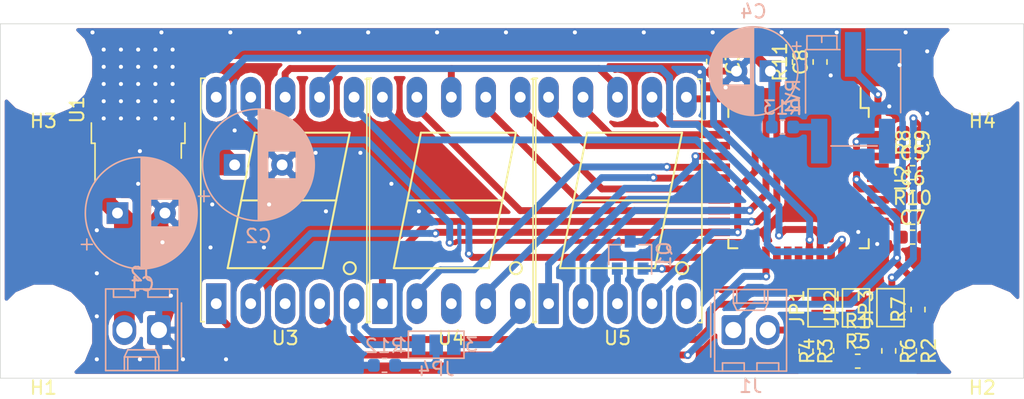
<source format=kicad_pcb>
(kicad_pcb (version 20171130) (host pcbnew "(6.0.0-rc1-dev-557-ge985f797c)")
  (layers (0 F.Cu signal) (31 B.Cu signal) (34 B.Paste user) (35 F.Paste user) (36 B.SilkS user) (37 F.SilkS user) (38 B.Mask user) (39 F.Mask user) (44 Edge.Cuts user))
  (net 0 "")
  (net 1 GND)
  (net 2 "Net-(C1-Pad1)")
  (net 3 +9V)
  (net 4 "Net-(C5-Pad2)")
  (net 5 "Net-(C5-Pad1)")
  (net 6 "Net-(C6-Pad2)")
  (net 7 "Net-(C6-Pad1)")
  (net 8 "Net-(C7-Pad1)")
  (net 9 "Net-(C8-Pad2)")
  (net 10 "Net-(C8-Pad1)")
  (net 11 "Net-(C9-Pad2)")
  (net 12 "Net-(C9-Pad1)")
  (net 13 "Net-(J1-Pad2)")
  (net 14 "Net-(JP1-Pad2)")
  (net 15 "Net-(JP2-Pad1)")
  (net 16 "Net-(JP3-Pad1)")
  (net 17 "Net-(JP4-Pad1)")
  (net 18 "Net-(JP4-Pad2)")
  (net 19 "Net-(JP4-Pad3)")
  (net 20 "Net-(Q1-Pad2)")
  (net 21 "Net-(Q1-Pad1)")
  (net 22 "Net-(R2-Pad2)")
  (net 23 "Net-(R3-Pad2)")
  (net 24 "Net-(R10-Pad1)")
  (net 25 "Net-(R11-Pad1)")
  (net 26 "Net-(R13-Pad1)")
  (net 27 "Net-(RV1-Pad2)")
  (net 28 "Net-(U2-Pad32)")
  (net 29 "Net-(U2-Pad31)")
  (net 30 "Net-(U2-Pad30)")
  (net 31 "Net-(U2-Pad29)")
  (net 32 "Net-(U2-Pad25)")
  (net 33 "Net-(U2-Pad24)")
  (net 34 "Net-(U2-Pad23)")
  (net 35 "Net-(U2-Pad22)")
  (net 36 "Net-(U2-Pad21)")
  (net 37 "Net-(U2-Pad20)")
  (net 38 "Net-(U2-Pad19)")
  (net 39 "Net-(U2-Pad18)")
  (net 40 "Net-(U2-Pad17)")
  (net 41 "Net-(U2-Pad16)")
  (net 42 "Net-(U2-Pad15)")
  (net 43 "Net-(U2-Pad14)")
  (net 44 "Net-(U2-Pad13)")
  (net 45 "Net-(U2-Pad12)")
  (net 46 "Net-(U2-Pad11)")
  (net 47 "Net-(U2-Pad10)")
  (net 48 "Net-(U2-Pad9)")
  (net 49 "Net-(U3-Pad8)")
  (module KLALIB_Mechanical:Bolt_M3 (layer F.Cu) (at 232.41 80.645)
    (fp_text reference H4 (at 0 4) (layer F.SilkS))
    (fp_text value Bolt)
    (pad "" np_thru_hole circle (at 0 0) (size 3.2 3.2) (drill 3.2) (layers *.Cu *.Mask) (clearance 2))
  )
  (module KLALIB_Mechanical:Bolt_M3 (layer F.Cu) (at 163.195 80.645)
    (fp_text reference H3 (at 0 4) (layer F.SilkS))
    (fp_text value Bolt)
    (pad "" np_thru_hole circle (at 0 0) (size 3.2 3.2) (drill 3.2) (layers *.Cu *.Mask) (clearance 2))
  )
  (module KLALIB_Mechanical:Bolt_M3 (layer F.Cu) (at 232.41 100.33)
    (fp_text reference H2 (at 0 4) (layer F.SilkS))
    (fp_text value Bolt)
    (pad "" np_thru_hole circle (at 0 0) (size 3.2 3.2) (drill 3.2) (layers *.Cu *.Mask) (clearance 2))
  )
  (module KLALIB_Mechanical:Bolt_M3 (layer F.Cu) (at 163.195 100.33)
    (fp_text reference H1 (at 0 4) (layer F.SilkS))
    (fp_text value Bolt)
    (pad "" np_thru_hole circle (at 0 0) (size 3.2 3.2) (drill 3.2) (layers *.Cu *.Mask) (clearance 2))
  )
  (module Capacitor_THT:CP_Radial_D6.3mm_P2.50mm (layer B.Cu) (at 216.789 80.9625 180)
    (fp_text reference C4 (at 1.25 4.4 180) (layer B.SilkS) (effects (justify mirror)))
    (fp_text value 100u)
    (pad 2 thru_hole circle (at 2.5 0 180) (size 1.6 1.6) (drill 0.8) (layers *.Cu *.Mask) (net 1 GND) (thermal_gap 0.3))
    (pad 1 thru_hole rect (at 0 0 180) (size 1.6 1.6) (drill 0.8) (layers *.Cu *.Mask) (net 3 +9V))
  )
  (module Capacitor_SMD:C_0603_1608Metric (layer F.Cu) (at 227.2665 88.4555)
    (fp_text reference C5 (at 0 -1.43) (layer F.SilkS))
    (fp_text value 10n)
    (pad 2 smd roundrect (at 0.7875 0) (size 0.875 0.95) (layers F.Cu F.Paste F.Mask) (net 4 "Net-(C5-Pad2)"))
    (pad 1 smd roundrect (at -0.7875 0) (size 0.875 0.95) (layers F.Cu F.Paste F.Mask) (net 5 "Net-(C5-Pad1)"))
  )
  (module Capacitor_SMD:C_0603_1608Metric (layer F.Cu) (at 226.568 86.233 270)
    (fp_text reference C9 (at 0 -1.43 270) (layer F.SilkS))
    (fp_text value 100n)
    (pad 2 smd roundrect (at 0.7875 0 270) (size 0.875 0.95) (layers F.Cu F.Paste F.Mask) (net 11 "Net-(C9-Pad2)"))
    (pad 1 smd roundrect (at -0.7875 0 270) (size 0.875 0.95) (layers F.Cu F.Paste F.Mask) (net 12 "Net-(C9-Pad1)"))
  )
  (module KLALIB_Display_7Segment:TDSR1350 (layer F.Cu) (at 193.266 90.508 90)
    (fp_text reference U4 (at -10.16 0 180) (layer F.SilkS))
    (fp_text value TDSR1350)
    (pad 1 thru_hole rect (at -7.62 -5.08 180) (size 1.5 3) (drill 0.8) (layers *.Cu *.Mask) (net 36 "Net-(U2-Pad21)"))
    (pad 5 thru_hole oval (at -7.62 5.08 180) (size 1.5 3) (drill 0.8) (layers *.Cu *.Mask) (net 19 "Net-(JP4-Pad3)"))
    (pad 4 thru_hole oval (at -7.62 2.54 180) (size 1.5 3) (drill 0.8) (layers *.Cu *.Mask) (net 40 "Net-(U2-Pad17)"))
    (pad 2 thru_hole oval (at -7.62 -2.54 180) (size 1.5 3) (drill 0.8) (layers *.Cu *.Mask) (net 41 "Net-(U2-Pad16)"))
    (pad 3 thru_hole oval (at -7.62 0 180) (size 1.5 3) (drill 0.8) (layers *.Cu *.Mask))
    (pad 8 thru_hole oval (at 7.62 0 180) (size 1.5 3) (drill 0.8) (layers *.Cu *.Mask) (net 49 "Net-(U3-Pad8)"))
    (pad 6 thru_hole oval (at 7.62 5.08 180) (size 1.5 3) (drill 0.8) (layers *.Cu *.Mask) (net 39 "Net-(U2-Pad18)"))
    (pad 7 thru_hole oval (at 7.62 2.54 180) (size 1.5 3) (drill 0.8) (layers *.Cu *.Mask) (net 38 "Net-(U2-Pad19)"))
    (pad 9 thru_hole oval (at 7.62 -2.54 180) (size 1.5 3) (drill 0.8) (layers *.Cu *.Mask) (net 37 "Net-(U2-Pad20)"))
    (pad 10 thru_hole oval (at 7.62 -5.08 180) (size 1.5 3) (drill 0.8) (layers *.Cu *.Mask) (net 28 "Net-(U2-Pad32)"))
  )
  (module Package_TO_SOT_SMD:SOT-23 (layer B.Cu) (at 206.4512 94.5388 90)
    (fp_text reference Q1 (at 0 2.5 90) (layer B.SilkS) (effects (justify mirror)))
    (fp_text value BC847)
    (pad 3 smd rect (at 1 0 90) (size 0.9 0.8) (layers B.Cu B.Paste B.Mask) (net 3 +9V))
    (pad 2 smd rect (at -1 -0.95 90) (size 0.9 0.8) (layers B.Cu B.Paste B.Mask) (net 20 "Net-(Q1-Pad2)"))
    (pad 1 smd rect (at -1 0.95 90) (size 0.9 0.8) (layers B.Cu B.Paste B.Mask) (net 21 "Net-(Q1-Pad1)"))
  )
  (module Package_QFP:LQFP-44_10x10mm_P0.8mm (layer F.Cu) (at 218.862978 88.86209 270)
    (fp_text reference U2 (at 0 -7.65 270) (layer F.SilkS))
    (fp_text value ICL7106)
    (pad 44 smd rect (at -4 -5.85) (size 1.6 0.56) (layers F.Cu F.Paste F.Mask) (net 27 "Net-(RV1-Pad2)"))
    (pad 43 smd rect (at -3.2 -5.85) (size 1.6 0.56) (layers F.Cu F.Paste F.Mask) (net 4 "Net-(C5-Pad2)"))
    (pad 42 smd rect (at -2.4 -5.85) (size 1.6 0.56) (layers F.Cu F.Paste F.Mask) (net 12 "Net-(C9-Pad1)"))
    (pad 41 smd rect (at -1.6 -5.85) (size 1.6 0.56) (layers F.Cu F.Paste F.Mask) (net 11 "Net-(C9-Pad2)"))
    (pad 40 smd rect (at -0.8 -5.85) (size 1.6 0.56) (layers F.Cu F.Paste F.Mask) (net 4 "Net-(C5-Pad2)"))
    (pad 39 smd rect (at 0 -5.85) (size 1.6 0.56) (layers F.Cu F.Paste F.Mask) (net 5 "Net-(C5-Pad1)"))
    (pad 38 smd rect (at 0.8 -5.85) (size 1.6 0.56) (layers F.Cu F.Paste F.Mask) (net 4 "Net-(C5-Pad2)"))
    (pad 37 smd rect (at 1.6 -5.85) (size 1.6 0.56) (layers F.Cu F.Paste F.Mask) (net 7 "Net-(C6-Pad1)"))
    (pad 36 smd rect (at 2.4 -5.85) (size 1.6 0.56) (layers F.Cu F.Paste F.Mask) (net 24 "Net-(R10-Pad1)"))
    (pad 35 smd rect (at 3.2 -5.85) (size 1.6 0.56) (layers F.Cu F.Paste F.Mask) (net 8 "Net-(C7-Pad1)"))
    (pad 34 smd rect (at 4 -5.85) (size 1.6 0.56) (layers F.Cu F.Paste F.Mask) (net 1 GND))
    (pad 33 smd rect (at 5.85 -4 270) (size 1.6 0.56) (layers F.Cu F.Paste F.Mask))
    (pad 32 smd rect (at 5.85 -3.2 270) (size 1.6 0.56) (layers F.Cu F.Paste F.Mask) (net 28 "Net-(U2-Pad32)"))
    (pad 31 smd rect (at 5.85 -2.4 270) (size 1.6 0.56) (layers F.Cu F.Paste F.Mask) (net 29 "Net-(U2-Pad31)"))
    (pad 30 smd rect (at 5.85 -1.6 270) (size 1.6 0.56) (layers F.Cu F.Paste F.Mask) (net 30 "Net-(U2-Pad30)"))
    (pad 29 smd rect (at 5.85 -0.8 270) (size 1.6 0.56) (layers F.Cu F.Paste F.Mask) (net 31 "Net-(U2-Pad29)"))
    (pad 28 smd rect (at 5.85 0 270) (size 1.6 0.56) (layers F.Cu F.Paste F.Mask) (net 21 "Net-(Q1-Pad1)"))
    (pad 27 smd rect (at 5.85 0.8 270) (size 1.6 0.56) (layers F.Cu F.Paste F.Mask))
    (pad 26 smd rect (at 5.85 1.6 270) (size 1.6 0.56) (layers F.Cu F.Paste F.Mask))
    (pad 25 smd rect (at 5.85 2.4 270) (size 1.6 0.56) (layers F.Cu F.Paste F.Mask) (net 32 "Net-(U2-Pad25)"))
    (pad 24 smd rect (at 5.85 3.2 270) (size 1.6 0.56) (layers F.Cu F.Paste F.Mask) (net 33 "Net-(U2-Pad24)"))
    (pad 23 smd rect (at 5.85 4 270) (size 1.6 0.56) (layers F.Cu F.Paste F.Mask) (net 34 "Net-(U2-Pad23)"))
    (pad 22 smd rect (at 4 5.85) (size 1.6 0.56) (layers F.Cu F.Paste F.Mask) (net 35 "Net-(U2-Pad22)"))
    (pad 21 smd rect (at 3.2 5.85) (size 1.6 0.56) (layers F.Cu F.Paste F.Mask) (net 36 "Net-(U2-Pad21)"))
    (pad 20 smd rect (at 2.4 5.85) (size 1.6 0.56) (layers F.Cu F.Paste F.Mask) (net 37 "Net-(U2-Pad20)"))
    (pad 19 smd rect (at 1.6 5.85) (size 1.6 0.56) (layers F.Cu F.Paste F.Mask) (net 38 "Net-(U2-Pad19)"))
    (pad 18 smd rect (at 0.8 5.85) (size 1.6 0.56) (layers F.Cu F.Paste F.Mask) (net 39 "Net-(U2-Pad18)"))
    (pad 17 smd rect (at 0 5.85) (size 1.6 0.56) (layers F.Cu F.Paste F.Mask) (net 40 "Net-(U2-Pad17)"))
    (pad 16 smd rect (at -0.8 5.85) (size 1.6 0.56) (layers F.Cu F.Paste F.Mask) (net 41 "Net-(U2-Pad16)"))
    (pad 15 smd rect (at -1.6 5.85) (size 1.6 0.56) (layers F.Cu F.Paste F.Mask) (net 42 "Net-(U2-Pad15)"))
    (pad 14 smd rect (at -2.4 5.85) (size 1.6 0.56) (layers F.Cu F.Paste F.Mask) (net 43 "Net-(U2-Pad14)"))
    (pad 13 smd rect (at -3.2 5.85) (size 1.6 0.56) (layers F.Cu F.Paste F.Mask) (net 44 "Net-(U2-Pad13)"))
    (pad 12 smd rect (at -4 5.85) (size 1.6 0.56) (layers F.Cu F.Paste F.Mask) (net 45 "Net-(U2-Pad12)"))
    (pad 11 smd rect (at -5.85 4 270) (size 1.6 0.56) (layers F.Cu F.Paste F.Mask) (net 46 "Net-(U2-Pad11)"))
    (pad 10 smd rect (at -5.85 3.2 270) (size 1.6 0.56) (layers F.Cu F.Paste F.Mask) (net 47 "Net-(U2-Pad10)"))
    (pad 9 smd rect (at -5.85 2.4 270) (size 1.6 0.56) (layers F.Cu F.Paste F.Mask) (net 48 "Net-(U2-Pad9)"))
    (pad 8 smd rect (at -5.85 1.6 270) (size 1.6 0.56) (layers F.Cu F.Paste F.Mask) (net 3 +9V))
    (pad 7 smd rect (at -5.85 0.8 270) (size 1.6 0.56) (layers F.Cu F.Paste F.Mask) (net 9 "Net-(C8-Pad2)"))
    (pad 6 smd rect (at -5.85 0 270) (size 1.6 0.56) (layers F.Cu F.Paste F.Mask) (net 25 "Net-(R11-Pad1)"))
    (pad 5 smd rect (at -5.85 -0.8 270) (size 1.6 0.56) (layers F.Cu F.Paste F.Mask))
    (pad 4 smd rect (at -5.85 -1.6 270) (size 1.6 0.56) (layers F.Cu F.Paste F.Mask) (net 10 "Net-(C8-Pad1)"))
    (pad 3 smd rect (at -5.85 -2.4 270) (size 1.6 0.56) (layers F.Cu F.Paste F.Mask))
    (pad 2 smd rect (at -5.85 -3.2 270) (size 1.6 0.56) (layers F.Cu F.Paste F.Mask))
    (pad 1 smd rect (at -5.85 -4 270) (size 1.6 0.56) (layers F.Cu F.Paste F.Mask))
  )
  (module KLALIB_Display_7Segment:TDSR1350 (layer F.Cu) (at 205.516 90.508 90)
    (fp_text reference U5 (at -10.16 0 180) (layer F.SilkS))
    (fp_text value TDSR1350)
    (pad 1 thru_hole rect (at -7.62 -5.08 180) (size 1.5 3) (drill 0.8) (layers *.Cu *.Mask) (net 42 "Net-(U2-Pad15)"))
    (pad 5 thru_hole oval (at -7.62 5.08 180) (size 1.5 3) (drill 0.8) (layers *.Cu *.Mask))
    (pad 4 thru_hole oval (at -7.62 2.54 180) (size 1.5 3) (drill 0.8) (layers *.Cu *.Mask) (net 47 "Net-(U2-Pad10)"))
    (pad 2 thru_hole oval (at -7.62 -2.54 180) (size 1.5 3) (drill 0.8) (layers *.Cu *.Mask) (net 48 "Net-(U2-Pad9)"))
    (pad 3 thru_hole oval (at -7.62 0 180) (size 1.5 3) (drill 0.8) (layers *.Cu *.Mask) (net 20 "Net-(Q1-Pad2)"))
    (pad 8 thru_hole oval (at 7.62 0 180) (size 1.5 3) (drill 0.8) (layers *.Cu *.Mask) (net 49 "Net-(U3-Pad8)"))
    (pad 6 thru_hole oval (at 7.62 5.08 180) (size 1.5 3) (drill 0.8) (layers *.Cu *.Mask) (net 46 "Net-(U2-Pad11)"))
    (pad 7 thru_hole oval (at 7.62 2.54 180) (size 1.5 3) (drill 0.8) (layers *.Cu *.Mask) (net 45 "Net-(U2-Pad12)"))
    (pad 9 thru_hole oval (at 7.62 -2.54 180) (size 1.5 3) (drill 0.8) (layers *.Cu *.Mask) (net 44 "Net-(U2-Pad13)"))
    (pad 10 thru_hole oval (at 7.62 -5.08 180) (size 1.5 3) (drill 0.8) (layers *.Cu *.Mask) (net 43 "Net-(U2-Pad14)"))
  )
  (module KLALIB_Display_7Segment:TDSR1350 (layer F.Cu) (at 181.016 90.508 90)
    (fp_text reference U3 (at -10.16 0 180) (layer F.SilkS))
    (fp_text value TDSR1350)
    (pad 1 thru_hole rect (at -7.62 -5.08 180) (size 1.5 3) (drill 0.8) (layers *.Cu *.Mask) (net 32 "Net-(U2-Pad25)"))
    (pad 5 thru_hole oval (at -7.62 5.08 180) (size 1.5 3) (drill 0.8) (layers *.Cu *.Mask) (net 17 "Net-(JP4-Pad1)"))
    (pad 4 thru_hole oval (at -7.62 2.54 180) (size 1.5 3) (drill 0.8) (layers *.Cu *.Mask) (net 29 "Net-(U2-Pad31)"))
    (pad 2 thru_hole oval (at -7.62 -2.54 180) (size 1.5 3) (drill 0.8) (layers *.Cu *.Mask) (net 35 "Net-(U2-Pad22)"))
    (pad 3 thru_hole oval (at -7.62 0 180) (size 1.5 3) (drill 0.8) (layers *.Cu *.Mask))
    (pad 8 thru_hole oval (at 7.62 0 180) (size 1.5 3) (drill 0.8) (layers *.Cu *.Mask) (net 49 "Net-(U3-Pad8)"))
    (pad 6 thru_hole oval (at 7.62 5.08 180) (size 1.5 3) (drill 0.8) (layers *.Cu *.Mask) (net 34 "Net-(U2-Pad23)"))
    (pad 7 thru_hole oval (at 7.62 2.54 180) (size 1.5 3) (drill 0.8) (layers *.Cu *.Mask) (net 30 "Net-(U2-Pad30)"))
    (pad 9 thru_hole oval (at 7.62 -2.54 180) (size 1.5 3) (drill 0.8) (layers *.Cu *.Mask) (net 33 "Net-(U2-Pad24)"))
    (pad 10 thru_hole oval (at 7.62 -5.08 180) (size 1.5 3) (drill 0.8) (layers *.Cu *.Mask) (net 31 "Net-(U2-Pad29)"))
  )
  (module Package_TO_SOT_SMD:TO-252-2 (layer F.Cu) (at 170.18 83.82 90)
    (fp_text reference U1 (at 0 -4.5 90) (layer F.SilkS))
    (fp_text value MC78M09C)
    (pad 2 smd rect (at 2.1 0 90) (size 6.4 5.8) (layers F.Cu F.Mask) (net 1 GND))
    (pad 3 smd rect (at -4.2 2.28 90) (size 2.2 1.2) (layers F.Cu F.Paste F.Mask) (net 3 +9V))
    (pad 1 smd rect (at -4.2 -2.28 90) (size 2.2 1.2) (layers F.Cu F.Paste F.Mask) (net 2 "Net-(C1-Pad1)"))
  )
  (module KLALIB_Potenciometer_SMD:Potentiometer_Bourns_3269P_Horizontal (layer B.Cu) (at 222.885 82.931 270)
    (fp_text reference RV1 (at 0 4.425 270) (layer B.SilkS) (effects (justify mirror)))
    (fp_text value 5k)
    (pad 1 smd rect (at 3.2 2.5 270) (size 3.3 1.2) (layers B.Cu B.Paste B.Mask) (net 26 "Net-(R13-Pad1)"))
    (pad 2 smd rect (at -3.2 0 270) (size 3.3 1.2) (layers B.Cu B.Paste B.Mask) (net 27 "Net-(RV1-Pad2)"))
    (pad 3 smd rect (at 3.2 -2.5 270) (size 3.3 1.2) (layers B.Cu B.Paste B.Mask) (net 4 "Net-(C5-Pad2)"))
  )
  (module Resistor_SMD:R_0603_1608Metric (layer B.Cu) (at 217.678 85.09 180)
    (fp_text reference R13 (at 0 1.43 180) (layer B.SilkS) (effects (justify mirror)))
    (fp_text value 33k)
    (pad 2 smd roundrect (at 0.7875 0 180) (size 0.875 0.95) (layers B.Cu B.Paste B.Mask) (net 3 +9V))
    (pad 1 smd roundrect (at -0.7875 0 180) (size 0.875 0.95) (layers B.Cu B.Paste B.Mask) (net 26 "Net-(R13-Pad1)"))
  )
  (module Resistor_SMD:R_0603_1608Metric (layer B.Cu) (at 188.341 102.6795 180)
    (fp_text reference R12 (at 0 1.43 180) (layer B.SilkS) (effects (justify mirror)))
    (fp_text value 10k)
    (pad 2 smd roundrect (at 0.7875 0 180) (size 0.875 0.95) (layers B.Cu B.Paste B.Mask) (net 1 GND))
    (pad 1 smd roundrect (at -0.7875 0 180) (size 0.875 0.95) (layers B.Cu B.Paste B.Mask) (net 18 "Net-(JP4-Pad2)"))
  )
  (module Resistor_SMD:R_0603_1608Metric (layer F.Cu) (at 218.926478 80.28959 90)
    (fp_text reference R11 (at 0 -1.43 90) (layer F.SilkS))
    (fp_text value 100k)
    (pad 2 smd roundrect (at 0.7875 0 90) (size 0.875 0.95) (layers F.Cu F.Paste F.Mask) (net 9 "Net-(C8-Pad2)"))
    (pad 1 smd roundrect (at -0.7875 0 90) (size 0.875 0.95) (layers F.Cu F.Paste F.Mask) (net 25 "Net-(R11-Pad1)"))
  )
  (module Resistor_SMD:R_0603_1608Metric (layer F.Cu) (at 227.2665 91.7575)
    (fp_text reference R10 (at 0 -1.43) (layer F.SilkS))
    (fp_text value 470k)
    (pad 2 smd roundrect (at 0.7875 0) (size 0.875 0.95) (layers F.Cu F.Paste F.Mask) (net 6 "Net-(C6-Pad2)"))
    (pad 1 smd roundrect (at -0.7875 0) (size 0.875 0.95) (layers F.Cu F.Paste F.Mask) (net 24 "Net-(R10-Pad1)"))
  )
  (module Resistor_SMD:R_0603_1608Metric (layer F.Cu) (at 228.0285 86.233 90)
    (fp_text reference R8 (at 0 -1.43 90) (layer F.SilkS))
    (fp_text value 1M)
    (pad 2 smd roundrect (at 0.7875 0 90) (size 0.875 0.95) (layers F.Cu F.Paste F.Mask) (net 14 "Net-(JP1-Pad2)"))
    (pad 1 smd roundrect (at -0.7875 0 90) (size 0.875 0.95) (layers F.Cu F.Paste F.Mask) (net 5 "Net-(C5-Pad1)"))
  )
  (module Resistor_SMD:R_0603_1608Metric (layer F.Cu) (at 227.6729 98.5647 90)
    (fp_text reference R7 (at 0 -1.43 90) (layer F.SilkS))
    (fp_text value 1k)
    (pad 2 smd roundrect (at 0.7875 0 90) (size 0.875 0.95) (layers F.Cu F.Paste F.Mask) (net 4 "Net-(C5-Pad2)"))
    (pad 1 smd roundrect (at -0.7875 0 90) (size 0.875 0.95) (layers F.Cu F.Paste F.Mask) (net 22 "Net-(R2-Pad2)"))
  )
  (module Resistor_SMD:R_0603_1608Metric (layer F.Cu) (at 225.5139 101.6127 270)
    (fp_text reference R6 (at 0 -1.43 270) (layer F.SilkS))
    (fp_text value 18k)
    (pad 2 smd roundrect (at 0.7875 0 270) (size 0.875 0.95) (layers F.Cu F.Paste F.Mask) (net 22 "Net-(R2-Pad2)"))
    (pad 1 smd roundrect (at -0.7875 0 270) (size 0.875 0.95) (layers F.Cu F.Paste F.Mask) (net 16 "Net-(JP3-Pad1)"))
  )
  (module Resistor_SMD:R_0603_1608Metric (layer F.Cu) (at 223.2279 102.3747)
    (fp_text reference R5 (at 0 -1.43) (layer F.SilkS))
    (fp_text value 180k)
    (pad 2 smd roundrect (at 0.7875 0) (size 0.875 0.95) (layers F.Cu F.Paste F.Mask) (net 16 "Net-(JP3-Pad1)"))
    (pad 1 smd roundrect (at -0.7875 0) (size 0.875 0.95) (layers F.Cu F.Paste F.Mask) (net 15 "Net-(JP2-Pad1)"))
  )
  (module Resistor_SMD:R_0603_1608Metric (layer F.Cu) (at 220.9419 101.6127 90)
    (fp_text reference R4 (at 0 -1.43 90) (layer F.SilkS))
    (fp_text value 430k)
    (pad 2 smd roundrect (at 0.7875 0 90) (size 0.875 0.95) (layers F.Cu F.Paste F.Mask) (net 15 "Net-(JP2-Pad1)"))
    (pad 1 smd roundrect (at -0.7875 0 90) (size 0.875 0.95) (layers F.Cu F.Paste F.Mask) (net 23 "Net-(R3-Pad2)"))
  )
  (module Resistor_SMD:R_0603_1608Metric (layer F.Cu) (at 219.4179 101.6382 270)
    (fp_text reference R3 (at 0 -1.43 270) (layer F.SilkS))
    (fp_text value 470k)
    (pad 2 smd roundrect (at 0.7875 0 270) (size 0.875 0.95) (layers F.Cu F.Paste F.Mask) (net 23 "Net-(R3-Pad2)"))
    (pad 1 smd roundrect (at -0.7875 0 270) (size 0.875 0.95) (layers F.Cu F.Paste F.Mask) (net 13 "Net-(J1-Pad2)"))
  )
  (module Resistor_SMD:R_0603_1608Metric (layer F.Cu) (at 227.0379 101.6127 270)
    (fp_text reference R2 (at 0 -1.43 270) (layer F.SilkS))
    (fp_text value 18k)
    (pad 2 smd roundrect (at 0.7875 0 270) (size 0.875 0.95) (layers F.Cu F.Paste F.Mask) (net 22 "Net-(R2-Pad2)"))
    (pad 1 smd roundrect (at -0.7875 0 270) (size 0.875 0.95) (layers F.Cu F.Paste F.Mask) (net 16 "Net-(JP3-Pad1)"))
  )
  (module Resistor_SMD:R_0603_1608Metric (layer F.Cu) (at 223.2279 100.8507)
    (fp_text reference R1 (at 0 -1.43) (layer F.SilkS))
    (fp_text value 180k)
    (pad 2 smd roundrect (at 0.7875 0) (size 0.875 0.95) (layers F.Cu F.Paste F.Mask) (net 16 "Net-(JP3-Pad1)"))
    (pad 1 smd roundrect (at -0.7875 0) (size 0.875 0.95) (layers F.Cu F.Paste F.Mask) (net 15 "Net-(JP2-Pad1)"))
  )
  (module Jumper:SolderJumper-3_P1.3mm_Open_Pad1.0x1.5mm_NumberLabels (layer B.Cu) (at 192.151 101.1555)
    (fp_text reference JP4 (at 0 1.8) (layer B.SilkS) (effects (justify mirror)))
    (fp_text value 2/20)
    (fp_text user 1 (at -2.6 0) (layer B.SilkS) (effects (justify mirror)))
    (fp_text user 3 (at 2.6 0) (layer B.SilkS) (effects (justify mirror)))
    (pad 1 smd rect (at -1.3 0) (size 1 1.5) (layers B.Cu B.Mask) (net 17 "Net-(JP4-Pad1)"))
    (pad 2 smd rect (at 0 0) (size 1 1.5) (layers B.Cu B.Mask) (net 18 "Net-(JP4-Pad2)"))
    (pad 3 smd rect (at 1.3 0) (size 1 1.5) (layers B.Cu B.Mask) (net 19 "Net-(JP4-Pad3)"))
  )
  (module Jumper:SolderJumper-2_P1.3mm_Open_Pad1.0x1.5mm (layer F.Cu) (at 225.6409 98.4227 90)
    (fp_text reference JP3 (at 0 -1.8 90) (layer F.SilkS))
    (fp_text value 200V)
    (pad 1 smd rect (at -0.65 0 90) (size 1 1.5) (layers F.Cu F.Mask) (net 16 "Net-(JP3-Pad1)"))
    (pad 2 smd rect (at 0.65 0 90) (size 1 1.5) (layers F.Cu F.Mask) (net 14 "Net-(JP1-Pad2)"))
  )
  (module Jumper:SolderJumper-2_P1.3mm_Open_Pad1.0x1.5mm (layer F.Cu) (at 223.1009 98.4377 90)
    (fp_text reference JP2 (at 0 -1.8 90) (layer F.SilkS))
    (fp_text value 20V)
    (pad 1 smd rect (at -0.65 0 90) (size 1 1.5) (layers F.Cu F.Mask) (net 15 "Net-(JP2-Pad1)"))
    (pad 2 smd rect (at 0.65 0 90) (size 1 1.5) (layers F.Cu F.Mask) (net 14 "Net-(JP1-Pad2)"))
  )
  (module Jumper:SolderJumper-2_P1.3mm_Open_Pad1.0x1.5mm (layer F.Cu) (at 220.5609 98.4377 90)
    (fp_text reference JP1 (at 0 -1.8 90) (layer F.SilkS))
    (fp_text value 2V)
    (pad 1 smd rect (at -0.65 0 90) (size 1 1.5) (layers F.Cu F.Mask) (net 13 "Net-(J1-Pad2)"))
    (pad 2 smd rect (at 0.65 0 90) (size 1 1.5) (layers F.Cu F.Mask) (net 14 "Net-(JP1-Pad2)"))
  )
  (module Connector_Molex:Molex_KK-254_AE-6410-02A_1x02_P2.54mm_Vertical (layer B.Cu) (at 171.704 100.076 180)
    (fp_text reference J2 (at 1.27 4.12 180) (layer B.SilkS) (effects (justify mirror)))
    (fp_text value DC)
    (pad 2 thru_hole oval (at 2.54 0 180) (size 1.74 2.2) (drill 1.2) (layers *.Cu *.Mask) (net 2 "Net-(C1-Pad1)"))
    (pad 1 thru_hole roundrect (at 0 0 180) (size 1.74 2.2) (drill 1.2) (layers *.Cu *.Mask) (roundrect_rratio 0.143678) (net 1 GND))
  )
  (module Connector_Molex:Molex_KK-254_AE-6410-02A_1x02_P2.54mm_Vertical (layer B.Cu) (at 214.0585 100.076)
    (fp_text reference J1 (at 1.27 4.12) (layer B.SilkS) (effects (justify mirror)))
    (fp_text value IN)
    (pad 2 thru_hole oval (at 2.54 0) (size 1.74 2.2) (drill 1.2) (layers *.Cu *.Mask) (net 13 "Net-(J1-Pad2)"))
    (pad 1 thru_hole roundrect (at 0 0) (size 1.74 2.2) (drill 1.2) (layers *.Cu *.Mask) (roundrect_rratio 0.143678) (net 4 "Net-(C5-Pad2)"))
  )
  (module Capacitor_SMD:C_0603_1608Metric (layer F.Cu) (at 220.450478 80.28959 90)
    (fp_text reference C8 (at 0 -1.43 90) (layer F.SilkS))
    (fp_text value 100p)
    (pad 2 smd roundrect (at 0.7875 0 90) (size 0.875 0.95) (layers F.Cu F.Paste F.Mask) (net 9 "Net-(C8-Pad2)"))
    (pad 1 smd roundrect (at -0.7875 0 90) (size 0.875 0.95) (layers F.Cu F.Paste F.Mask) (net 10 "Net-(C8-Pad1)"))
  )
  (module Capacitor_SMD:C_0603_1608Metric (layer F.Cu) (at 227.2665 93.218)
    (fp_text reference C7 (at 0 -1.43) (layer F.SilkS))
    (fp_text value 220n)
    (pad 2 smd roundrect (at 0.7875 0) (size 0.875 0.95) (layers F.Cu F.Paste F.Mask) (net 6 "Net-(C6-Pad2)"))
    (pad 1 smd roundrect (at -0.7875 0) (size 0.875 0.95) (layers F.Cu F.Paste F.Mask) (net 8 "Net-(C7-Pad1)"))
  )
  (module Capacitor_SMD:C_0603_1608Metric (layer F.Cu) (at 227.2665 90.297)
    (fp_text reference C6 (at 0 -1.43) (layer F.SilkS))
    (fp_text value 47n)
    (pad 2 smd roundrect (at 0.7875 0) (size 0.875 0.95) (layers F.Cu F.Paste F.Mask) (net 6 "Net-(C6-Pad2)"))
    (pad 1 smd roundrect (at -0.7875 0) (size 0.875 0.95) (layers F.Cu F.Paste F.Mask) (net 7 "Net-(C6-Pad1)"))
  )
  (module Capacitor_SMD:C_0603_1608Metric (layer F.Cu) (at 212.598 80.264 270)
    (fp_text reference C3 (at 0 -1.43 270) (layer F.SilkS))
    (fp_text value 100n)
    (pad 2 smd roundrect (at 0.7875 0 270) (size 0.875 0.95) (layers F.Cu F.Paste F.Mask) (net 1 GND))
    (pad 1 smd roundrect (at -0.7875 0 270) (size 0.875 0.95) (layers F.Cu F.Paste F.Mask) (net 3 +9V))
  )
  (module Capacitor_THT:CP_Radial_D8.0mm_P3.50mm (layer B.Cu) (at 177.292 87.884)
    (fp_text reference C2 (at 1.75 5.25) (layer B.SilkS) (effects (justify mirror)))
    (fp_text value 100u)
    (pad 2 thru_hole circle (at 3.5 0) (size 1.6 1.6) (drill 0.8) (layers *.Cu *.Mask) (net 1 GND))
    (pad 1 thru_hole rect (at 0 0) (size 1.6 1.6) (drill 0.8) (layers *.Cu *.Mask) (net 3 +9V))
  )
  (module Capacitor_THT:CP_Radial_D8.0mm_P3.50mm (layer B.Cu) (at 168.656 91.44)
    (fp_text reference C1 (at 1.75 5.25) (layer B.SilkS) (effects (justify mirror)))
    (fp_text value 100u)
    (pad 2 thru_hole circle (at 3.5 0) (size 1.6 1.6) (drill 0.8) (layers *.Cu *.Mask) (net 1 GND))
    (pad 1 thru_hole rect (at 0 0) (size 1.6 1.6) (drill 0.8) (layers *.Cu *.Mask) (net 2 "Net-(C1-Pad1)"))
  )
  (gr_line (start 160.02 77.47) (end 235.458 77.47) (layer Edge.Cuts) (width 0.05))
  (gr_line (start 160.02 103.632) (end 160.02 77.47) (layer Edge.Cuts) (width 0.05))
  (gr_line (start 235.458 103.632) (end 160.02 103.632) (layer Edge.Cuts) (width 0.05))
  (gr_line (start 235.458 77.47) (end 235.458 103.632) (layer Edge.Cuts) (width 0.05))
  (via (at 176.657 102.235) (size 0.6) (drill 0.3) (layers F.Cu B.Cu) (net 1))
  (via (at 170.307 102.235) (size 0.6) (drill 0.3) (layers F.Cu B.Cu) (net 1))
  (via (at 173.482 102.235) (size 0.6) (drill 0.3) (layers F.Cu B.Cu) (net 1))
  (via (at 226.7585 78.105) (size 0.6) (drill 0.3) (layers F.Cu B.Cu) (net 1))
  (via (at 221.6785 78.105) (size 0.6) (drill 0.3) (layers F.Cu B.Cu) (net 1))
  (via (at 213.487 82.169) (size 0.6) (drill 0.3) (layers F.Cu B.Cu) (net 1))
  (via (at 197.2945 78.105) (size 0.6) (drill 0.3) (layers F.Cu B.Cu) (net 1))
  (via (at 202.3745 78.105) (size 0.6) (drill 0.3) (layers F.Cu B.Cu) (net 1))
  (via (at 207.4545 78.105) (size 0.6) (drill 0.3) (layers F.Cu B.Cu) (net 1))
  (via (at 217.6145 78.105) (size 0.6) (drill 0.3) (layers F.Cu B.Cu) (net 1))
  (via (at 212.5345 78.105) (size 0.6) (drill 0.3) (layers F.Cu B.Cu) (net 1))
  (via (at 211.582 81.026) (size 0.6) (drill 0.3) (layers F.Cu B.Cu) (net 1))
  (via (at 176.9745 78.105) (size 0.6) (drill 0.3) (layers F.Cu B.Cu) (net 1))
  (via (at 166.8145 78.105) (size 0.6) (drill 0.3) (layers F.Cu B.Cu) (net 1))
  (via (at 171.8945 78.105) (size 0.6) (drill 0.3) (layers F.Cu B.Cu) (net 1))
  (via (at 171.45 83.185) (size 0.6) (drill 0.3) (layers F.Cu B.Cu) (net 1))
  (via (at 168.91 83.185) (size 0.6) (drill 0.3) (layers F.Cu B.Cu) (net 1))
  (via (at 170.18 83.185) (size 0.6) (drill 0.3) (layers F.Cu B.Cu) (net 1))
  (via (at 170.18 81.915) (size 0.6) (drill 0.3) (layers F.Cu B.Cu) (net 1))
  (via (at 168.91 81.915) (size 0.6) (drill 0.3) (layers F.Cu B.Cu) (net 1))
  (via (at 171.45 81.915) (size 0.6) (drill 0.3) (layers F.Cu B.Cu) (net 1))
  (via (at 171.45 80.645) (size 0.6) (drill 0.3) (layers F.Cu B.Cu) (net 1))
  (via (at 170.18 80.645) (size 0.6) (drill 0.3) (layers F.Cu B.Cu) (net 1))
  (via (at 168.91 80.645) (size 0.6) (drill 0.3) (layers F.Cu B.Cu) (net 1))
  (via (at 167.64 80.645) (size 0.6) (drill 0.3) (layers F.Cu B.Cu) (net 1))
  (via (at 167.64 81.915) (size 0.6) (drill 0.3) (layers F.Cu B.Cu) (net 1))
  (via (at 167.64 83.185) (size 0.6) (drill 0.3) (layers F.Cu B.Cu) (net 1))
  (via (at 171.45 79.375) (size 0.6) (drill 0.3) (layers F.Cu B.Cu) (net 1))
  (via (at 170.18 79.375) (size 0.6) (drill 0.3) (layers F.Cu B.Cu) (net 1))
  (via (at 168.91 79.375) (size 0.6) (drill 0.3) (layers F.Cu B.Cu) (net 1))
  (via (at 167.64 79.375) (size 0.6) (drill 0.3) (layers F.Cu B.Cu) (net 1))
  (via (at 172.72 79.375) (size 0.6) (drill 0.3) (layers F.Cu B.Cu) (net 1))
  (via (at 172.72 80.645) (size 0.6) (drill 0.3) (layers F.Cu B.Cu) (net 1))
  (via (at 172.72 81.915) (size 0.6) (drill 0.3) (layers F.Cu B.Cu) (net 1))
  (via (at 172.72 83.185) (size 0.6) (drill 0.3) (layers F.Cu B.Cu) (net 1))
  (via (at 172.72 84.455) (size 0.6) (drill 0.3) (layers F.Cu B.Cu) (net 1))
  (via (at 171.45 84.455) (size 0.6) (drill 0.3) (layers F.Cu B.Cu) (net 1))
  (via (at 170.18 84.455) (size 0.6) (drill 0.3) (layers F.Cu B.Cu) (net 1))
  (via (at 168.91 84.455) (size 0.6) (drill 0.3) (layers F.Cu B.Cu) (net 1))
  (via (at 167.64 84.455) (size 0.6) (drill 0.3) (layers F.Cu B.Cu) (net 1))
  (segment (start 171.704 91.892) (end 172.156 91.44) (width 1.27) (layer F.Cu) (net 1))
  (segment (start 171.704 100.076) (end 172.593 97.536) (width 1.27) (layer F.Cu) (net 1))
  (segment (start 174.3075 102.6795) (end 171.704 100.076) (width 0.508) (layer B.Cu) (net 1))
  (segment (start 187.617 102.6795) (end 174.3075 102.6795) (width 0.508) (layer B.Cu) (net 1))
  (segment (start 212.687 80.9625) (end 212.598 81.0515) (width 0.508) (layer F.Cu) (net 1))
  (segment (start 214.289 80.9625) (end 212.687 80.9625) (width 0.508) (layer F.Cu) (net 1))
  (via (at 192.2145 78.105) (size 0.6) (drill 0.3) (layers F.Cu B.Cu) (net 1))
  (via (at 182.0545 78.105) (size 0.6) (drill 0.3) (layers F.Cu B.Cu) (net 1))
  (via (at 187.1345 78.105) (size 0.6) (drill 0.3) (layers F.Cu B.Cu) (net 1))
  (via (at 228.346 84.074) (size 0.6) (drill 0.3) (layers F.Cu B.Cu) (net 1))
  (via (at 228.346 79.502) (size 0.6) (drill 0.3) (layers F.Cu B.Cu) (net 1))
  (via (at 225.552 83.566) (size 0.6) (drill 0.3) (layers F.Cu B.Cu) (net 1))
  (via (at 223.266 92.837) (size 0.6) (drill 0.3) (layers F.Cu B.Cu) (net 1))
  (via (at 224.663 93.726) (size 0.6) (drill 0.3) (layers F.Cu B.Cu) (net 1))
  (via (at 183.261 86.995) (size 0.6) (drill 0.3) (layers F.Cu B.Cu) (net 1))
  (via (at 186.563 86.995) (size 0.6) (drill 0.3) (layers F.Cu B.Cu) (net 1))
  (via (at 190.881 91.313) (size 0.6) (drill 0.3) (layers F.Cu B.Cu) (net 1))
  (via (at 188.849 89.281) (size 0.6) (drill 0.3) (layers F.Cu B.Cu) (net 1))
  (via (at 177.292 85.344) (size 0.6) (drill 0.3) (layers F.Cu B.Cu) (net 1))
  (via (at 167.132 92.71) (size 0.6) (drill 0.3) (layers F.Cu B.Cu) (net 1))
  (via (at 167.132 95.885) (size 0.6) (drill 0.3) (layers F.Cu B.Cu) (net 1))
  (via (at 167.132 99.06) (size 0.6) (drill 0.3) (layers F.Cu B.Cu) (net 1))
  (via (at 167.132 102.235) (size 0.6) (drill 0.3) (layers F.Cu B.Cu) (net 1))
  (via (at 184.023 91.313) (size 0.6) (drill 0.3) (layers F.Cu B.Cu) (net 1))
  (via (at 179.451 93.98) (size 0.6) (drill 0.3) (layers F.Cu B.Cu) (net 1))
  (segment (start 172.593 97.536) (end 171.972874 93.599) (width 1.27) (layer F.Cu) (net 1))
  (via (at 172.593 97.536) (size 0.6) (drill 0.3) (layers F.Cu B.Cu) (net 1))
  (segment (start 171.972874 93.599) (end 171.704 91.892) (width 1.27) (layer F.Cu) (net 1))
  (via (at 171.972874 93.599) (size 0.6) (drill 0.3) (layers F.Cu B.Cu) (net 1))
  (via (at 175.641 90.805) (size 0.6) (drill 0.3) (layers F.Cu B.Cu) (net 1))
  (via (at 175.514 93.98) (size 0.6) (drill 0.3) (layers F.Cu B.Cu) (net 1))
  (via (at 179.832 90.805) (size 0.6) (drill 0.3) (layers F.Cu B.Cu) (net 1))
  (via (at 170.18 89.281) (size 0.6) (drill 0.3) (layers F.Cu B.Cu) (net 1))
  (via (at 170.307 86.868) (size 0.6) (drill 0.3) (layers F.Cu B.Cu) (net 1))
  (via (at 226.314 80.518) (size 0.6) (drill 0.3) (layers F.Cu B.Cu) (net 1))
  (via (at 221.234 81.28) (size 0.6) (drill 0.3) (layers F.Cu B.Cu) (net 1))
  (segment (start 169.164 91.948) (end 168.656 91.44) (width 1.524) (layer F.Cu) (net 2))
  (segment (start 169.164 100.076) (end 169.164 91.948) (width 1.524) (layer F.Cu) (net 2))
  (segment (start 167.9 90.684) (end 168.656 91.44) (width 1.27) (layer F.Cu) (net 2))
  (segment (start 167.9 88.02) (end 167.9 90.684) (width 1.27) (layer F.Cu) (net 2))
  (segment (start 177.156 88.02) (end 177.292 87.884) (width 1.27) (layer F.Cu) (net 3))
  (segment (start 172.46 88.02) (end 177.156 88.02) (width 1.27) (layer F.Cu) (net 3))
  (segment (start 177.292 87.884) (end 177.292 87.8205) (width 0.508) (layer F.Cu) (net 3))
  (segment (start 217.262978 81.245978) (end 216.9795 80.9625) (width 0.508) (layer F.Cu) (net 3))
  (segment (start 217.262978 83.01209) (end 217.262978 81.245978) (width 0.508) (layer F.Cu) (net 3))
  (segment (start 216.827 81.0515) (end 216.916 80.9625) (width 0.508) (layer B.Cu) (net 3))
  (segment (start 208.823 92.075) (end 214.967736 92.075) (width 0.508) (layer B.Cu) (net 3))
  (segment (start 214.967736 92.075) (end 215.392 92.075) (width 0.508) (layer B.Cu) (net 3))
  (segment (start 215.816264 92.075) (end 215.392 92.075) (width 0.508) (layer F.Cu) (net 3))
  (segment (start 217.262978 90.628286) (end 215.816264 92.075) (width 0.508) (layer F.Cu) (net 3))
  (segment (start 206.4512 93.5388) (end 207.3592 93.5388) (width 0.508) (layer B.Cu) (net 3))
  (segment (start 217.262978 83.01209) (end 217.262978 90.628286) (width 0.508) (layer F.Cu) (net 3))
  (via (at 215.392 92.075) (size 0.6) (drill 0.3) (layers F.Cu B.Cu) (net 3))
  (segment (start 207.3592 93.5388) (end 208.823 92.075) (width 0.508) (layer B.Cu) (net 3))
  (segment (start 216.8905 81.064) (end 216.789 80.9625) (width 0.508) (layer B.Cu) (net 3))
  (segment (start 216.8905 85.09) (end 216.8905 81.064) (width 0.508) (layer B.Cu) (net 3))
  (segment (start 212.023 79.4765) (end 212.598 79.4765) (width 0.508) (layer F.Cu) (net 3))
  (segment (start 211.836 79.6635) (end 212.023 79.4765) (width 0.508) (layer F.Cu) (net 3))
  (segment (start 211.836 79.756) (end 211.836 79.6635) (width 0.508) (layer F.Cu) (net 3))
  (segment (start 215.303 79.4765) (end 212.598 79.4765) (width 0.762) (layer F.Cu) (net 3))
  (segment (start 216.789 80.9625) (end 215.303 79.4765) (width 0.762) (layer F.Cu) (net 3))
  (segment (start 177.292 87.8205) (end 174.244 84.7725) (width 1.016) (layer F.Cu) (net 3))
  (segment (start 174.244 81.026) (end 175.7045 79.5655) (width 1.016) (layer F.Cu) (net 3))
  (segment (start 175.7045 79.5655) (end 212.509 79.5655) (width 1.016) (layer F.Cu) (net 3))
  (segment (start 212.509 79.5655) (end 212.598 79.4765) (width 1.016) (layer F.Cu) (net 3))
  (segment (start 174.244 84.7725) (end 174.244 81.026) (width 1.016) (layer F.Cu) (net 3))
  (segment (start 212.598 79.4765) (end 212.1155 79.4765) (width 1.016) (layer F.Cu) (net 3))
  (segment (start 223.139 86.186068) (end 223.139 87.538112) (width 0.508) (layer F.Cu) (net 4))
  (segment (start 224.712978 85.66209) (end 223.662978 85.66209) (width 0.508) (layer F.Cu) (net 4))
  (segment (start 223.662978 85.66209) (end 223.139 86.186068) (width 0.508) (layer F.Cu) (net 4))
  (segment (start 223.139 88.953114) (end 223.139 87.538112) (width 0.508) (layer F.Cu) (net 4))
  (segment (start 223.139 88.06209) (end 224.712978 88.06209) (width 0.508) (layer F.Cu) (net 4))
  (segment (start 223.139 87.538112) (end 223.139 88.06209) (width 0.508) (layer F.Cu) (net 4))
  (segment (start 228.054 88.811) (end 228.054 88.3285) (width 0.35052) (layer F.Cu) (net 4))
  (segment (start 227.457 89.408) (end 228.054 88.811) (width 0.254) (layer F.Cu) (net 4))
  (segment (start 226.017068 89.408) (end 227.457 89.408) (width 0.254) (layer F.Cu) (net 4))
  (segment (start 224.712978 89.66209) (end 225.762978 89.66209) (width 0.254) (layer F.Cu) (net 4))
  (segment (start 225.762978 89.66209) (end 226.017068 89.408) (width 0.254) (layer F.Cu) (net 4))
  (via (at 223.139 86.1695) (size 0.6) (drill 0.3) (layers F.Cu B.Cu) (net 4))
  (segment (start 225.385 86.131) (end 223.1775 86.131) (width 0.508) (layer B.Cu) (net 4))
  (segment (start 223.1775 86.131) (end 223.139 86.1695) (width 0.508) (layer B.Cu) (net 4))
  (via (at 223.139 88.953114) (size 0.6) (drill 0.3) (layers F.Cu B.Cu) (net 4))
  (via (at 226.1235 94.742) (size 0.6) (drill 0.3) (layers F.Cu B.Cu) (net 4))
  (segment (start 226.1235 93.497998) (end 226.1235 94.742) (width 0.508) (layer B.Cu) (net 4))
  (segment (start 223.139 88.953114) (end 226.1235 91.937614) (width 0.508) (layer B.Cu) (net 4))
  (segment (start 226.1235 91.937614) (end 226.1235 93.497998) (width 0.508) (layer B.Cu) (net 4))
  (segment (start 227.6729 97.2397) (end 227.6729 97.7772) (width 0.508) (layer F.Cu) (net 4))
  (segment (start 227.6729 96.715664) (end 227.6729 97.2397) (width 0.508) (layer F.Cu) (net 4))
  (segment (start 226.1235 95.166264) (end 227.6729 96.715664) (width 0.508) (layer F.Cu) (net 4))
  (segment (start 226.1235 94.742) (end 226.1235 95.166264) (width 0.508) (layer F.Cu) (net 4))
  (segment (start 225.823501 95.041999) (end 226.1235 94.742) (width 0.508) (layer B.Cu) (net 4))
  (segment (start 222.6945 98.171) (end 225.823501 95.041999) (width 0.508) (layer B.Cu) (net 4))
  (segment (start 215.646 98.171) (end 222.6945 98.171) (width 0.508) (layer B.Cu) (net 4))
  (segment (start 214.0585 100.076) (end 214.0585 99.7585) (width 0.508) (layer B.Cu) (net 4))
  (segment (start 214.0585 99.7585) (end 215.646 98.171) (width 0.508) (layer B.Cu) (net 4))
  (segment (start 223.139 89.3445) (end 223.139 88.953114) (width 0.508) (layer F.Cu) (net 4))
  (segment (start 224.712978 89.66209) (end 223.45659 89.66209) (width 0.508) (layer F.Cu) (net 4))
  (segment (start 223.45659 89.66209) (end 223.139 89.3445) (width 0.508) (layer F.Cu) (net 4))
  (segment (start 226.07241 88.86209) (end 224.712978 88.86209) (width 0.35052) (layer F.Cu) (net 5))
  (segment (start 226.479 88.4555) (end 226.07241 88.86209) (width 0.35052) (layer F.Cu) (net 5))
  (segment (start 226.5935 88.4555) (end 228.0285 87.0205) (width 0.35052) (layer F.Cu) (net 5))
  (segment (start 226.479 88.4555) (end 226.5935 88.4555) (width 0.35052) (layer F.Cu) (net 5))
  (segment (start 228.054 93.218) (end 228.054 91.7575) (width 0.35052) (layer F.Cu) (net 6))
  (segment (start 228.054 90.297) (end 228.054 91.7575) (width 0.35052) (layer F.Cu) (net 6))
  (segment (start 226.31391 90.46209) (end 226.479 90.297) (width 0.35052) (layer F.Cu) (net 7))
  (segment (start 224.712978 90.46209) (end 226.31391 90.46209) (width 0.35052) (layer F.Cu) (net 7))
  (segment (start 225.839979 92.578979) (end 226.479 93.218) (width 0.254) (layer F.Cu) (net 8))
  (segment (start 225.839979 92.365303) (end 225.839979 92.578979) (width 0.254) (layer F.Cu) (net 8))
  (segment (start 224.712978 92.06209) (end 225.536766 92.06209) (width 0.254) (layer F.Cu) (net 8))
  (segment (start 225.536766 92.06209) (end 225.839979 92.365303) (width 0.254) (layer F.Cu) (net 8))
  (segment (start 220.450478 79.50209) (end 218.926478 79.50209) (width 0.508) (layer F.Cu) (net 9))
  (segment (start 218.062978 81.96209) (end 218.062978 83.01209) (width 0.35052) (layer F.Cu) (net 9))
  (segment (start 218.075488 80.35308) (end 218.075488 81.94958) (width 0.35052) (layer F.Cu) (net 9))
  (segment (start 218.926478 79.50209) (end 218.075488 80.35308) (width 0.35052) (layer F.Cu) (net 9))
  (segment (start 220.462978 81.08959) (end 220.450478 81.07709) (width 0.508) (layer F.Cu) (net 10))
  (segment (start 220.462978 83.01209) (end 220.462978 81.08959) (width 0.508) (layer F.Cu) (net 10))
  (segment (start 226.32641 87.26209) (end 226.568 87.0205) (width 0.35052) (layer F.Cu) (net 11))
  (segment (start 224.712978 87.26209) (end 226.32641 87.26209) (width 0.35052) (layer F.Cu) (net 11))
  (segment (start 225.55141 86.46209) (end 226.568 85.4455) (width 0.35052) (layer F.Cu) (net 12))
  (segment (start 224.712978 86.46209) (end 225.55141 86.46209) (width 0.35052) (layer F.Cu) (net 12))
  (segment (start 220.3109 99.0877) (end 220.5609 99.0877) (width 0.508) (layer F.Cu) (net 13))
  (segment (start 216.5985 100.076) (end 219.3226 100.076) (width 0.508) (layer F.Cu) (net 13))
  (segment (start 219.3226 100.076) (end 220.3109 99.0877) (width 0.508) (layer F.Cu) (net 13))
  (segment (start 219.4179 100.1713) (end 219.4179 100.8507) (width 0.508) (layer F.Cu) (net 13))
  (segment (start 219.3226 100.076) (end 219.4179 100.1713) (width 0.508) (layer F.Cu) (net 13))
  (segment (start 221.5609 97.7877) (end 223.1009 97.7877) (width 0.508) (layer F.Cu) (net 14))
  (segment (start 220.5609 97.7877) (end 221.5609 97.7877) (width 0.508) (layer F.Cu) (net 14))
  (segment (start 225.6259 97.7877) (end 225.6409 97.7727) (width 0.508) (layer F.Cu) (net 14))
  (segment (start 223.1009 97.7877) (end 225.6259 97.7877) (width 0.508) (layer F.Cu) (net 14))
  (via (at 227.33 84.455) (size 0.6) (drill 0.3) (layers F.Cu B.Cu) (net 14))
  (segment (start 228.0285 85.4455) (end 228.0285 85.1535) (width 0.35052) (layer F.Cu) (net 14))
  (segment (start 228.0285 85.1535) (end 227.33 84.455) (width 0.35052) (layer F.Cu) (net 14))
  (via (at 225.7425 96.2025) (size 0.6) (drill 0.3) (layers F.Cu B.Cu) (net 14))
  (segment (start 225.933 96.2025) (end 225.7425 96.2025) (width 0.508) (layer B.Cu) (net 14))
  (segment (start 227.33 84.455) (end 227.33 94.8055) (width 0.508) (layer B.Cu) (net 14))
  (segment (start 227.33 94.8055) (end 225.933 96.2025) (width 0.508) (layer B.Cu) (net 14))
  (segment (start 225.7425 97.6711) (end 225.6409 97.7727) (width 0.508) (layer F.Cu) (net 14))
  (segment (start 225.7425 96.2025) (end 225.7425 97.6711) (width 0.508) (layer F.Cu) (net 14))
  (segment (start 222.4149 100.8252) (end 222.4404 100.8507) (width 0.508) (layer F.Cu) (net 15))
  (segment (start 220.9419 100.8252) (end 222.4149 100.8252) (width 0.508) (layer F.Cu) (net 15))
  (segment (start 222.4404 102.3747) (end 222.4404 100.8507) (width 0.508) (layer F.Cu) (net 15))
  (segment (start 222.4404 99.7482) (end 223.1009 99.0877) (width 0.508) (layer F.Cu) (net 15))
  (segment (start 222.4404 100.8507) (end 222.4404 99.7482) (width 0.508) (layer F.Cu) (net 15))
  (segment (start 225.4884 100.8507) (end 225.5139 100.8252) (width 0.508) (layer F.Cu) (net 16))
  (segment (start 224.0154 100.8507) (end 225.4884 100.8507) (width 0.508) (layer F.Cu) (net 16))
  (segment (start 224.0154 102.3747) (end 224.0154 100.8507) (width 0.508) (layer F.Cu) (net 16))
  (segment (start 225.5139 100.8252) (end 227.0379 100.8252) (width 0.508) (layer F.Cu) (net 16))
  (segment (start 225.5139 99.1997) (end 225.6409 99.0727) (width 0.508) (layer F.Cu) (net 16))
  (segment (start 225.5139 100.8252) (end 225.5139 99.1997) (width 0.508) (layer F.Cu) (net 16))
  (segment (start 186.096 100.136) (end 186.096 98.128) (width 0.508) (layer B.Cu) (net 17))
  (segment (start 187.1155 101.1555) (end 186.096 100.136) (width 0.508) (layer B.Cu) (net 17))
  (segment (start 190.851 101.1555) (end 187.1155 101.1555) (width 0.508) (layer B.Cu) (net 17))
  (segment (start 192.151 102.4135) (end 192.151 101.1555) (width 0.508) (layer B.Cu) (net 18))
  (segment (start 191.885 102.6795) (end 192.151 102.4135) (width 0.508) (layer B.Cu) (net 18))
  (segment (start 189.192 102.6795) (end 191.885 102.6795) (width 0.508) (layer B.Cu) (net 18))
  (segment (start 198.346 98.878) (end 198.346 98.128) (width 0.508) (layer B.Cu) (net 19))
  (segment (start 196.0685 101.1555) (end 198.346 98.878) (width 0.508) (layer B.Cu) (net 19))
  (segment (start 193.451 101.1555) (end 196.0685 101.1555) (width 0.508) (layer B.Cu) (net 19))
  (segment (start 205.516 95.5536) (end 205.5012 95.5388) (width 0.508) (layer B.Cu) (net 20))
  (segment (start 205.516 98.128) (end 205.516 95.5536) (width 0.508) (layer B.Cu) (net 20))
  (via (at 208.788 95.5548) (size 0.6) (drill 0.3) (layers F.Cu B.Cu) (net 21))
  (segment (start 207.4012 95.5388) (end 208.772 95.5388) (width 0.508) (layer B.Cu) (net 21))
  (segment (start 208.772 95.5388) (end 208.788 95.5548) (width 0.508) (layer B.Cu) (net 21))
  (segment (start 218.862978 95.921244) (end 218.862978 94.71209) (width 0.508) (layer F.Cu) (net 21))
  (segment (start 217.692722 97.0915) (end 218.862978 95.921244) (width 0.508) (layer F.Cu) (net 21))
  (segment (start 213.1695 97.0915) (end 217.692722 97.0915) (width 0.508) (layer F.Cu) (net 21))
  (segment (start 208.788 95.5548) (end 211.6328 95.5548) (width 0.508) (layer F.Cu) (net 21))
  (segment (start 211.6328 95.5548) (end 213.1695 97.0915) (width 0.508) (layer F.Cu) (net 21))
  (segment (start 225.5139 102.4002) (end 227.0379 102.4002) (width 0.508) (layer F.Cu) (net 22))
  (segment (start 227.6729 99.3522) (end 227.83791 99.51721) (width 0.508) (layer F.Cu) (net 22))
  (segment (start 227.499512 101.938588) (end 227.0379 102.4002) (width 0.254) (layer F.Cu) (net 22))
  (segment (start 227.9015 101.5366) (end 227.499512 101.938588) (width 0.254) (layer F.Cu) (net 22))
  (segment (start 227.83791 99.51721) (end 227.9015 99.5808) (width 0.254) (layer F.Cu) (net 22))
  (segment (start 227.9015 99.5808) (end 227.9015 101.5366) (width 0.254) (layer F.Cu) (net 22))
  (segment (start 220.9164 102.4257) (end 220.9419 102.4002) (width 0.508) (layer F.Cu) (net 23))
  (segment (start 219.4179 102.4257) (end 220.9164 102.4257) (width 0.508) (layer F.Cu) (net 23))
  (segment (start 225.98359 91.26209) (end 226.479 91.7575) (width 0.35052) (layer F.Cu) (net 24))
  (segment (start 224.712978 91.26209) (end 225.98359 91.26209) (width 0.35052) (layer F.Cu) (net 24))
  (segment (start 218.862978 81.14059) (end 218.926478 81.07709) (width 0.508) (layer F.Cu) (net 25))
  (segment (start 218.862978 83.01209) (end 218.862978 81.14059) (width 0.508) (layer F.Cu) (net 25))
  (segment (start 220.3474 86.703) (end 220.3596 86.7152) (width 0.508) (layer B.Cu) (net 26))
  (segment (start 220.385 85.511) (end 220.385 86.131) (width 0.508) (layer B.Cu) (net 26))
  (segment (start 218.4655 85.09) (end 219.964 85.09) (width 0.508) (layer B.Cu) (net 26))
  (segment (start 219.964 85.09) (end 220.385 85.511) (width 0.508) (layer B.Cu) (net 26))
  (via (at 224.7265 82.677003) (size 0.6) (drill 0.3) (layers F.Cu B.Cu) (net 27))
  (segment (start 222.8596 80.3152) (end 222.8596 80.810103) (width 0.508) (layer B.Cu) (net 27))
  (segment (start 222.8596 80.810103) (end 224.426501 82.377004) (width 0.508) (layer B.Cu) (net 27))
  (segment (start 224.426501 82.377004) (end 224.7265 82.677003) (width 0.508) (layer B.Cu) (net 27))
  (segment (start 224.712978 84.86209) (end 224.712978 82.690525) (width 0.508) (layer F.Cu) (net 27))
  (segment (start 224.712978 82.690525) (end 224.7265 82.677003) (width 0.508) (layer F.Cu) (net 27))
  (via (at 222.0595 93.4085) (size 0.6) (drill 0.3) (layers F.Cu B.Cu) (net 28))
  (segment (start 222.062978 93.411978) (end 222.0595 93.4085) (width 0.508) (layer F.Cu) (net 28))
  (segment (start 222.062978 94.71209) (end 222.062978 93.411978) (width 0.508) (layer F.Cu) (net 28))
  (segment (start 188.186 82.138) (end 188.186 82.888) (width 0.508) (layer B.Cu) (net 28))
  (segment (start 188.186 83.638) (end 188.186 82.888) (width 0.508) (layer B.Cu) (net 28))
  (segment (start 190.5905 86.0425) (end 188.186 83.638) (width 0.508) (layer B.Cu) (net 28))
  (segment (start 222.0595 93.4085) (end 221.1705 94.2975) (width 0.508) (layer B.Cu) (net 28))
  (segment (start 221.1705 94.2975) (end 217.1065 94.2975) (width 0.508) (layer B.Cu) (net 28))
  (segment (start 217.1065 94.2975) (end 216.553426 93.744426) (width 0.508) (layer B.Cu) (net 28))
  (segment (start 216.553426 93.744426) (end 216.553426 91.267926) (width 0.508) (layer B.Cu) (net 28))
  (segment (start 216.553426 91.267926) (end 211.328 86.0425) (width 0.508) (layer B.Cu) (net 28))
  (segment (start 211.328 86.0425) (end 190.5905 86.0425) (width 0.508) (layer B.Cu) (net 28))
  (segment (start 183.556 98.878) (end 183.556 98.128) (width 0.508) (layer F.Cu) (net 29))
  (segment (start 185.4525 100.7745) (end 183.556 98.878) (width 0.508) (layer F.Cu) (net 29))
  (segment (start 211.455 100.7745) (end 185.4525 100.7745) (width 0.508) (layer F.Cu) (net 29))
  (segment (start 212.2805 99.95301) (end 212.27649 99.95301) (width 0.508) (layer F.Cu) (net 29))
  (segment (start 212.2805 98.806) (end 212.2805 99.95301) (width 0.508) (layer F.Cu) (net 29))
  (segment (start 221.262978 96.110022) (end 220.726 96.647) (width 0.508) (layer F.Cu) (net 29))
  (segment (start 221.262978 94.71209) (end 221.262978 96.110022) (width 0.508) (layer F.Cu) (net 29))
  (segment (start 220.726 96.647) (end 219.71 96.647) (width 0.508) (layer F.Cu) (net 29))
  (segment (start 212.27649 99.95301) (end 211.455 100.7745) (width 0.508) (layer F.Cu) (net 29))
  (segment (start 219.71 96.647) (end 218.186 98.171) (width 0.508) (layer F.Cu) (net 29))
  (segment (start 218.186 98.171) (end 212.9155 98.171) (width 0.508) (layer F.Cu) (net 29))
  (segment (start 212.9155 98.171) (end 212.2805 98.806) (width 0.508) (layer F.Cu) (net 29))
  (via (at 217.424 93.091) (size 0.6) (drill 0.3) (layers F.Cu B.Cu) (net 30))
  (segment (start 217.723999 92.791001) (end 217.424 93.091) (width 0.508) (layer F.Cu) (net 30))
  (segment (start 217.860499 92.654501) (end 217.723999 92.791001) (width 0.508) (layer F.Cu) (net 30))
  (segment (start 220.046432 92.654501) (end 217.860499 92.654501) (width 0.508) (layer F.Cu) (net 30))
  (segment (start 220.462978 93.071047) (end 220.046432 92.654501) (width 0.508) (layer F.Cu) (net 30))
  (segment (start 220.462978 94.71209) (end 220.462978 93.071047) (width 0.508) (layer F.Cu) (net 30))
  (segment (start 217.424 90.932) (end 217.424 93.091) (width 0.508) (layer B.Cu) (net 30))
  (segment (start 211.3915 84.8995) (end 217.424 90.932) (width 0.508) (layer B.Cu) (net 30))
  (segment (start 183.556 82.888) (end 183.556 82.138) (width 0.508) (layer B.Cu) (net 30))
  (segment (start 183.556 82.138) (end 184.922 80.772) (width 0.508) (layer B.Cu) (net 30))
  (segment (start 184.922 80.772) (end 208.7245 80.772) (width 0.508) (layer B.Cu) (net 30))
  (segment (start 208.7245 80.772) (end 209.3595 81.407) (width 0.508) (layer B.Cu) (net 30))
  (segment (start 209.55 84.8995) (end 211.3915 84.8995) (width 0.508) (layer B.Cu) (net 30))
  (segment (start 209.3595 81.407) (end 209.3595 84.709) (width 0.508) (layer B.Cu) (net 30))
  (segment (start 209.3595 84.709) (end 209.55 84.8995) (width 0.508) (layer B.Cu) (net 30))
  (via (at 219.684511 93.408502) (size 0.6) (drill 0.3) (layers F.Cu B.Cu) (net 31))
  (segment (start 219.662978 93.430035) (end 219.684511 93.408502) (width 0.508) (layer F.Cu) (net 31))
  (segment (start 219.662978 94.71209) (end 219.662978 93.430035) (width 0.508) (layer F.Cu) (net 31))
  (segment (start 219.684511 91.922511) (end 212.598 84.836) (width 0.508) (layer B.Cu) (net 31))
  (segment (start 219.684511 93.408502) (end 219.684511 91.922511) (width 0.508) (layer B.Cu) (net 31))
  (segment (start 212.598 84.836) (end 212.598 82.042) (width 0.508) (layer B.Cu) (net 31))
  (segment (start 175.936 82.138) (end 175.936 82.888) (width 0.508) (layer B.Cu) (net 31))
  (segment (start 178.064 80.01) (end 175.936 82.138) (width 0.508) (layer B.Cu) (net 31))
  (segment (start 212.09 80.01) (end 178.064 80.01) (width 0.508) (layer B.Cu) (net 31))
  (segment (start 212.598 82.042) (end 212.598 80.518) (width 0.508) (layer B.Cu) (net 31))
  (segment (start 212.598 80.518) (end 212.09 80.01) (width 0.508) (layer B.Cu) (net 31))
  (via (at 210.693 101.9175) (size 0.6) (drill 0.3) (layers F.Cu B.Cu) (net 32))
  (segment (start 178.9755 101.9175) (end 210.693 101.9175) (width 0.508) (layer F.Cu) (net 32))
  (segment (start 175.936 98.128) (end 175.936 98.878) (width 0.508) (layer F.Cu) (net 32))
  (segment (start 175.936 98.878) (end 178.9755 101.9175) (width 0.508) (layer F.Cu) (net 32))
  (via (at 216.4715 96.116789) (size 0.6) (drill 0.3) (layers F.Cu B.Cu) (net 32))
  (segment (start 212.344 100.2665) (end 212.344 98.6155) (width 0.508) (layer B.Cu) (net 32))
  (segment (start 216.462978 96.108267) (end 216.4715 96.116789) (width 0.508) (layer F.Cu) (net 32))
  (segment (start 210.693 101.9175) (end 212.344 100.2665) (width 0.508) (layer B.Cu) (net 32))
  (segment (start 216.047236 96.116789) (end 216.4715 96.116789) (width 0.508) (layer B.Cu) (net 32))
  (segment (start 214.842711 96.116789) (end 216.047236 96.116789) (width 0.508) (layer B.Cu) (net 32))
  (segment (start 212.344 98.6155) (end 214.842711 96.116789) (width 0.508) (layer B.Cu) (net 32))
  (segment (start 216.462978 94.71209) (end 216.462978 96.108267) (width 0.508) (layer F.Cu) (net 32))
  (segment (start 193.570944 93.6244) (end 193.14668 93.6244) (width 0.35052) (layer F.Cu) (net 33))
  (segment (start 193.658515 93.536829) (end 193.570944 93.6244) (width 0.35052) (layer F.Cu) (net 33))
  (via (at 193.14668 93.6244) (size 0.6) (drill 0.3) (layers F.Cu B.Cu) (net 33))
  (segment (start 193.14668 93.200136) (end 193.14668 93.6244) (width 0.508) (layer B.Cu) (net 33))
  (segment (start 193.14668 92.18168) (end 193.14668 93.200136) (width 0.508) (layer B.Cu) (net 33))
  (segment (start 187.0075 86.0425) (end 193.14668 92.18168) (width 0.508) (layer B.Cu) (net 33))
  (segment (start 180.086 86.0425) (end 187.0075 86.0425) (width 0.508) (layer B.Cu) (net 33))
  (segment (start 178.476 82.888) (end 178.476 84.4325) (width 0.508) (layer B.Cu) (net 33))
  (segment (start 178.476 84.4325) (end 180.086 86.0425) (width 0.508) (layer B.Cu) (net 33))
  (segment (start 215.636908 93.5355) (end 193.659844 93.5355) (width 0.35052) (layer F.Cu) (net 33))
  (segment (start 215.638237 93.536829) (end 215.636908 93.5355) (width 0.35052) (layer F.Cu) (net 33))
  (segment (start 193.659844 93.5355) (end 193.658515 93.536829) (width 0.35052) (layer F.Cu) (net 33))
  (segment (start 215.662978 93.56157) (end 215.638237 93.536829) (width 0.35052) (layer F.Cu) (net 33))
  (segment (start 215.662978 94.71209) (end 215.662978 93.56157) (width 0.508) (layer F.Cu) (net 33))
  (segment (start 186.096 82.888) (end 186.4692 82.888) (width 0.508) (layer B.Cu) (net 34))
  (segment (start 194.83889 94.71209) (end 194.564 94.4372) (width 0.508) (layer F.Cu) (net 34))
  (segment (start 194.564 94.012936) (end 194.564 94.4372) (width 0.508) (layer B.Cu) (net 34))
  (segment (start 194.564 92.106) (end 194.564 94.012936) (width 0.508) (layer B.Cu) (net 34))
  (segment (start 214.862978 94.71209) (end 194.83889 94.71209) (width 0.508) (layer F.Cu) (net 34))
  (segment (start 186.096 83.638) (end 194.564 92.106) (width 0.508) (layer B.Cu) (net 34))
  (segment (start 186.096 82.888) (end 186.096 83.638) (width 0.508) (layer B.Cu) (net 34))
  (via (at 194.564 94.4372) (size 0.6) (drill 0.3) (layers F.Cu B.Cu) (net 34))
  (segment (start 178.476 97.378) (end 178.476 98.128) (width 0.508) (layer F.Cu) (net 35))
  (via (at 192.09004 92.94368) (size 0.6) (drill 0.3) (layers F.Cu B.Cu) (net 35))
  (segment (start 182.91032 92.94368) (end 191.665776 92.94368) (width 0.508) (layer B.Cu) (net 35))
  (segment (start 191.665776 92.94368) (end 192.09004 92.94368) (width 0.508) (layer B.Cu) (net 35))
  (segment (start 178.476 97.378) (end 182.91032 92.94368) (width 0.508) (layer B.Cu) (net 35))
  (segment (start 178.476 98.128) (end 178.476 97.378) (width 0.508) (layer B.Cu) (net 35))
  (segment (start 192.17163 92.86209) (end 192.09004 92.94368) (width 0.508) (layer F.Cu) (net 35))
  (segment (start 213.012978 92.86209) (end 192.17163 92.86209) (width 0.508) (layer F.Cu) (net 35))
  (segment (start 188.186 96.378) (end 188.186 98.128) (width 0.508) (layer F.Cu) (net 36))
  (segment (start 188.186 95.52692) (end 188.186 96.378) (width 0.508) (layer F.Cu) (net 36))
  (segment (start 213.012978 92.06209) (end 191.65083 92.06209) (width 0.508) (layer F.Cu) (net 36))
  (segment (start 191.65083 92.06209) (end 188.186 95.52692) (width 0.508) (layer F.Cu) (net 36))
  (segment (start 190.726 83.638) (end 190.726 82.888) (width 0.508) (layer F.Cu) (net 37))
  (segment (start 198.35009 91.26209) (end 190.726 83.638) (width 0.508) (layer F.Cu) (net 37))
  (segment (start 213.012978 91.26209) (end 198.35009 91.26209) (width 0.508) (layer F.Cu) (net 37))
  (segment (start 195.806 83.638) (end 195.806 82.888) (width 0.508) (layer F.Cu) (net 38))
  (segment (start 202.63009 90.46209) (end 195.806 83.638) (width 0.508) (layer F.Cu) (net 38))
  (segment (start 213.012978 90.46209) (end 202.63009 90.46209) (width 0.508) (layer F.Cu) (net 38))
  (segment (start 198.346 83.638) (end 198.346 82.888) (width 0.508) (layer F.Cu) (net 39))
  (segment (start 204.37009 89.66209) (end 198.346 83.638) (width 0.508) (layer F.Cu) (net 39))
  (segment (start 213.012978 89.66209) (end 204.37009 89.66209) (width 0.508) (layer F.Cu) (net 39))
  (via (at 208.15808 88.8238) (size 0.6) (drill 0.3) (layers F.Cu B.Cu) (net 40))
  (segment (start 204.3602 88.8238) (end 207.733816 88.8238) (width 0.508) (layer B.Cu) (net 40))
  (segment (start 207.733816 88.8238) (end 208.15808 88.8238) (width 0.508) (layer B.Cu) (net 40))
  (segment (start 195.806 97.378) (end 204.3602 88.8238) (width 0.508) (layer B.Cu) (net 40))
  (segment (start 208.19637 88.86209) (end 208.15808 88.8238) (width 0.508) (layer F.Cu) (net 40))
  (segment (start 195.806 98.128) (end 195.806 97.378) (width 0.508) (layer B.Cu) (net 40))
  (segment (start 213.012978 88.86209) (end 208.19637 88.86209) (width 0.508) (layer F.Cu) (net 40))
  (segment (start 209.180118 88.06209) (end 209.154645 88.036617) (width 0.508) (layer F.Cu) (net 41))
  (via (at 209.154645 88.036617) (size 0.6) (drill 0.3) (layers F.Cu B.Cu) (net 41))
  (segment (start 213.012978 88.06209) (end 209.180118 88.06209) (width 0.508) (layer F.Cu) (net 41))
  (segment (start 208.730381 88.036617) (end 209.154645 88.036617) (width 0.508) (layer B.Cu) (net 41))
  (segment (start 202.539383 88.036617) (end 208.730381 88.036617) (width 0.508) (layer B.Cu) (net 41))
  (segment (start 194.945 95.631) (end 202.539383 88.036617) (width 0.508) (layer B.Cu) (net 41))
  (segment (start 192.473 95.631) (end 194.945 95.631) (width 0.508) (layer B.Cu) (net 41))
  (segment (start 190.726 98.128) (end 190.726 97.378) (width 0.508) (layer B.Cu) (net 41))
  (segment (start 190.726 97.378) (end 192.473 95.631) (width 0.508) (layer B.Cu) (net 41))
  (via (at 211.2645 87.249) (size 0.6) (drill 0.3) (layers F.Cu B.Cu) (net 42))
  (segment (start 212.999888 87.249) (end 213.012978 87.26209) (width 0.508) (layer F.Cu) (net 42))
  (segment (start 211.2645 87.249) (end 212.999888 87.249) (width 0.508) (layer F.Cu) (net 42))
  (segment (start 211.2645 87.757) (end 211.2645 87.249) (width 0.508) (layer B.Cu) (net 42))
  (segment (start 209.4103 89.6112) (end 211.2645 87.757) (width 0.508) (layer B.Cu) (net 42))
  (segment (start 206.0448 89.6112) (end 209.4103 89.6112) (width 0.508) (layer B.Cu) (net 42))
  (segment (start 200.436 98.128) (end 200.436 95.22) (width 0.508) (layer B.Cu) (net 42))
  (segment (start 200.436 95.22) (end 206.0448 89.6112) (width 0.508) (layer B.Cu) (net 42))
  (segment (start 200.436 83.638) (end 200.436 82.888) (width 0.508) (layer F.Cu) (net 43))
  (segment (start 203.26009 86.46209) (end 200.436 83.638) (width 0.508) (layer F.Cu) (net 43))
  (segment (start 213.012978 86.46209) (end 203.26009 86.46209) (width 0.508) (layer F.Cu) (net 43))
  (segment (start 202.976 83.638) (end 202.976 82.888) (width 0.508) (layer F.Cu) (net 44))
  (segment (start 205.00009 85.66209) (end 202.976 83.638) (width 0.508) (layer F.Cu) (net 44))
  (segment (start 213.012978 85.66209) (end 205.00009 85.66209) (width 0.508) (layer F.Cu) (net 44))
  (segment (start 208.056 83.638) (end 208.056 82.888) (width 0.508) (layer F.Cu) (net 45))
  (segment (start 209.28009 84.86209) (end 208.056 83.638) (width 0.508) (layer F.Cu) (net 45))
  (segment (start 213.012978 84.86209) (end 209.28009 84.86209) (width 0.508) (layer F.Cu) (net 45))
  (segment (start 210.72009 83.01209) (end 210.596 82.888) (width 0.508) (layer F.Cu) (net 46))
  (segment (start 214.862978 83.01209) (end 210.72009 83.01209) (width 0.508) (layer F.Cu) (net 46))
  (via (at 214.376 92.86023) (size 0.6) (drill 0.3) (layers F.Cu B.Cu) (net 47))
  (segment (start 208.056 98.128) (end 208.056 97.378) (width 0.508) (layer B.Cu) (net 47))
  (segment (start 215.662978 83.01209) (end 215.662978 88.375022) (width 0.508) (layer F.Cu) (net 47))
  (segment (start 208.056 97.378) (end 212.57377 92.86023) (width 0.508) (layer B.Cu) (net 47))
  (segment (start 213.951736 92.86023) (end 214.376 92.86023) (width 0.508) (layer B.Cu) (net 47))
  (segment (start 212.57377 92.86023) (end 213.951736 92.86023) (width 0.508) (layer B.Cu) (net 47))
  (segment (start 214.376 92.435966) (end 214.376 92.86023) (width 0.508) (layer F.Cu) (net 47))
  (segment (start 214.376 89.662) (end 214.376 92.435966) (width 0.508) (layer F.Cu) (net 47))
  (segment (start 215.662978 88.375022) (end 214.376 89.662) (width 0.508) (layer F.Cu) (net 47))
  (segment (start 202.976 98.128) (end 202.976 97.378) (width 0.508) (layer B.Cu) (net 48))
  (segment (start 202.976 98.128) (end 202.976 95.0295) (width 0.508) (layer B.Cu) (net 48))
  (segment (start 206.756 91.2495) (end 214.840738 91.2495) (width 0.508) (layer B.Cu) (net 48))
  (segment (start 214.840738 91.2495) (end 215.265002 91.2495) (width 0.508) (layer B.Cu) (net 48))
  (segment (start 216.462978 83.01209) (end 216.462978 90.051524) (width 0.508) (layer F.Cu) (net 48))
  (segment (start 215.565001 90.949501) (end 215.265002 91.2495) (width 0.508) (layer F.Cu) (net 48))
  (segment (start 216.462978 90.051524) (end 215.565001 90.949501) (width 0.508) (layer F.Cu) (net 48))
  (segment (start 202.976 95.0295) (end 206.756 91.2495) (width 0.508) (layer B.Cu) (net 48))
  (via (at 215.265002 91.2495) (size 0.6) (drill 0.3) (layers F.Cu B.Cu) (net 48))
  (segment (start 205.516 82.138) (end 205.516 82.888) (width 0.508) (layer F.Cu) (net 49))
  (segment (start 204.15 80.772) (end 205.516 82.138) (width 0.508) (layer F.Cu) (net 49))
  (segment (start 181.016 82.888) (end 181.016 81.138) (width 0.508) (layer F.Cu) (net 49))
  (segment (start 181.016 81.138) (end 181.382 80.772) (width 0.508) (layer F.Cu) (net 49))
  (segment (start 193.266 80.8) (end 193.294 80.772) (width 0.508) (layer F.Cu) (net 49))
  (segment (start 193.266 82.888) (end 193.266 80.8) (width 0.508) (layer F.Cu) (net 49))
  (segment (start 181.382 80.772) (end 193.294 80.772) (width 0.508) (layer F.Cu) (net 49))
  (segment (start 193.294 80.772) (end 204.15 80.772) (width 0.508) (layer F.Cu) (net 49))
  (zone (net 1) (net_name GND) (layer F.Cu) (connect_pads (clearance 0.3)) (min_thickness 0.254) (fill yes (arc_segments 16) (thermal_gap 0.3) (thermal_bridge_width 0.508))
    (polygon (pts (xy 160.02 77.597) (xy 235.458 77.343) (xy 235.458 103.632) (xy 160.02 103.759)))
  )
  (zone (net 1) (net_name GND) (layer B.Cu) (connect_pads (clearance 0.3)) (min_thickness 0.254) (fill yes (arc_segments 16) (thermal_gap 0.3) (thermal_bridge_width 0.508))
    (polygon (pts (xy 160.02 77.597) (xy 235.458 77.343) (xy 235.458 103.505) (xy 160.02 103.759)))
  )
)
</source>
